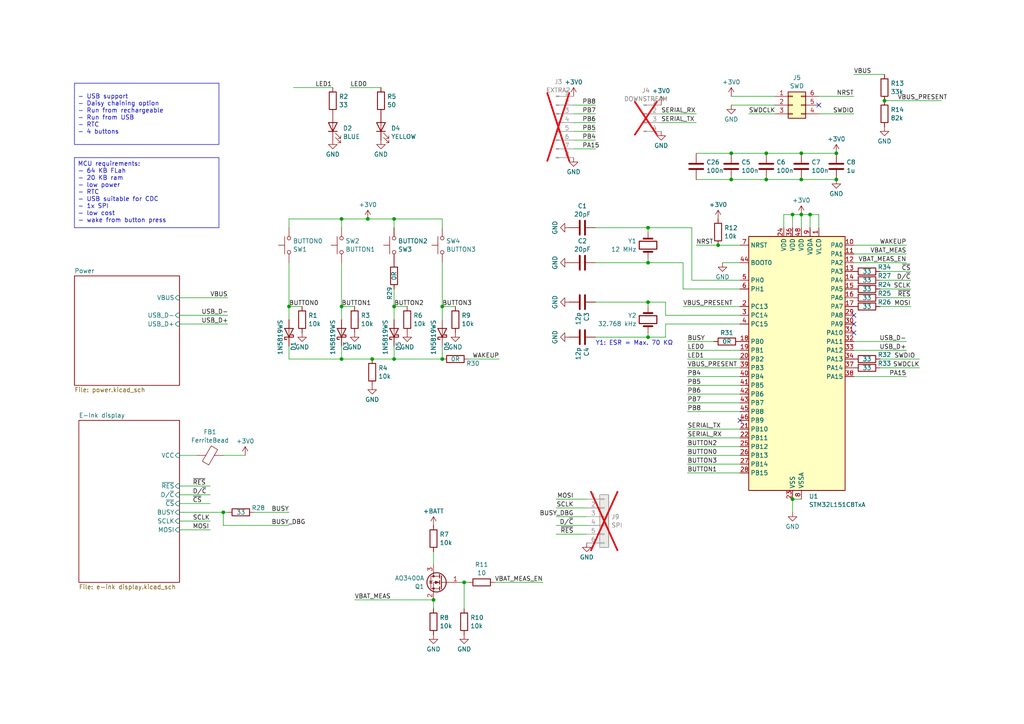
<source format=kicad_sch>
(kicad_sch (version 20230121) (generator eeschema)
  (paper "A4")
  (lib_symbols
    (symbol "Connector:Conn_01x04_Pin" (pin_names (offset 1.016) hide)
      (property "Reference" "J" (at 0 5.08 0))
      (property "Value" "Conn_01x04_Pin" (at 0 -7.62 0))
      (symbol "Conn_01x04_Pin_1_1"
        (polyline (pts (xy 1.27 -5.08) (xy 0.8636 -5.08)) (stroke (width 0.1524)))
        (polyline (pts (xy 1.27 -2.54) (xy 0.8636 -2.54)) (stroke (width 0.1524)))
        (polyline (pts (xy 1.27 0) (xy 0.8636 0)) (stroke (width 0.1524)))
        (polyline (pts (xy 1.27 2.54) (xy 0.8636 2.54)) (stroke (width 0.1524)))
        (rectangle (start 0.8636 -4.953) (end 0 -5.207) (stroke (width 0.1524)) (fill (type outline)))
        (rectangle (start 0.8636 -2.413) (end 0 -2.667) (stroke (width 0.1524)) (fill (type outline)))
        (rectangle (start 0.8636 0.127) (end 0 -0.127) (stroke (width 0.1524)) (fill (type outline)))
        (rectangle (start 0.8636 2.667) (end 0 2.413) (stroke (width 0.1524)) (fill (type outline)))
        (pin passive line (at 5.08 2.54 180) (length 3.81) (name "Pin_1") (number "1"))
        (pin passive line (at 5.08 0 180) (length 3.81) (name "Pin_2") (number "2"))
        (pin passive line (at 5.08 -2.54 180) (length 3.81) (name "Pin_3") (number "3"))
        (pin passive line (at 5.08 -5.08 180) (length 3.81) (name "Pin_4") (number "4"))
      )
    )
    (symbol "Connector:Conn_01x08_Pin" (pin_names (offset 1.016) hide)
      (property "Reference" "J" (at 0 10.16 0))
      (property "Value" "Conn_01x08_Pin" (at 0 -12.7 0))
      (symbol "Conn_01x08_Pin_1_1"
        (polyline (pts (xy 1.27 -10.16) (xy 0.8636 -10.16)) (stroke (width 0.1524)))
        (polyline (pts (xy 1.27 -7.62) (xy 0.8636 -7.62)) (stroke (width 0.1524)))
        (polyline (pts (xy 1.27 -5.08) (xy 0.8636 -5.08)) (stroke (width 0.1524)))
        (polyline (pts (xy 1.27 -2.54) (xy 0.8636 -2.54)) (stroke (width 0.1524)))
        (polyline (pts (xy 1.27 0) (xy 0.8636 0)) (stroke (width 0.1524)))
        (polyline (pts (xy 1.27 2.54) (xy 0.8636 2.54)) (stroke (width 0.1524)))
        (polyline (pts (xy 1.27 5.08) (xy 0.8636 5.08)) (stroke (width 0.1524)))
        (polyline (pts (xy 1.27 7.62) (xy 0.8636 7.62)) (stroke (width 0.1524)))
        (rectangle (start 0.8636 -10.033) (end 0 -10.287) (stroke (width 0.1524)) (fill (type outline)))
        (rectangle (start 0.8636 -7.493) (end 0 -7.747) (stroke (width 0.1524)) (fill (type outline)))
        (rectangle (start 0.8636 -4.953) (end 0 -5.207) (stroke (width 0.1524)) (fill (type outline)))
        (rectangle (start 0.8636 -2.413) (end 0 -2.667) (stroke (width 0.1524)) (fill (type outline)))
        (rectangle (start 0.8636 0.127) (end 0 -0.127) (stroke (width 0.1524)) (fill (type outline)))
        (rectangle (start 0.8636 2.667) (end 0 2.413) (stroke (width 0.1524)) (fill (type outline)))
        (rectangle (start 0.8636 5.207) (end 0 4.953) (stroke (width 0.1524)) (fill (type outline)))
        (rectangle (start 0.8636 7.747) (end 0 7.493) (stroke (width 0.1524)) (fill (type outline)))
        (pin passive line (at 5.08 7.62 180) (length 3.81) (name "Pin_1") (number "1"))
        (pin passive line (at 5.08 5.08 180) (length 3.81) (name "Pin_2") (number "2"))
        (pin passive line (at 5.08 2.54 180) (length 3.81) (name "Pin_3") (number "3"))
        (pin passive line (at 5.08 0 180) (length 3.81) (name "Pin_4") (number "4"))
        (pin passive line (at 5.08 -2.54 180) (length 3.81) (name "Pin_5") (number "5"))
        (pin passive line (at 5.08 -5.08 180) (length 3.81) (name "Pin_6") (number "6"))
        (pin passive line (at 5.08 -7.62 180) (length 3.81) (name "Pin_7") (number "7"))
        (pin passive line (at 5.08 -10.16 180) (length 3.81) (name "Pin_8") (number "8"))
      )
    )
    (symbol "Connector_Generic:Conn_01x06" (pin_names (offset 1.016) hide)
      (property "Reference" "J" (at 0 7.62 0))
      (property "Value" "Conn_01x06" (at 0 -10.16 0))
      (symbol "Conn_01x06_1_1"
        (rectangle (start -1.27 -7.493) (end 0 -7.747) (stroke (width 0.1524)))
        (rectangle (start -1.27 -4.953) (end 0 -5.207) (stroke (width 0.1524)))
        (rectangle (start -1.27 -2.413) (end 0 -2.667) (stroke (width 0.1524)))
        (rectangle (start -1.27 0.127) (end 0 -0.127) (stroke (width 0.1524)))
        (rectangle (start -1.27 2.667) (end 0 2.413) (stroke (width 0.1524)))
        (rectangle (start -1.27 5.207) (end 0 4.953) (stroke (width 0.1524)))
        (rectangle (start -1.27 6.35) (end 1.27 -8.89) (stroke (width 0.254)) (fill (type background)))
        (pin passive line (at -5.08 5.08 0) (length 3.81) (name "Pin_1") (number "1"))
        (pin passive line (at -5.08 2.54 0) (length 3.81) (name "Pin_2") (number "2"))
        (pin passive line (at -5.08 0 0) (length 3.81) (name "Pin_3") (number "3"))
        (pin passive line (at -5.08 -2.54 0) (length 3.81) (name "Pin_4") (number "4"))
        (pin passive line (at -5.08 -5.08 0) (length 3.81) (name "Pin_5") (number "5"))
        (pin passive line (at -5.08 -7.62 0) (length 3.81) (name "Pin_6") (number "6"))
      )
    )
    (symbol "Connector_Generic:Conn_02x03_Counter_Clockwise" (pin_names (offset 1.016) hide)
      (property "Reference" "J" (at 1.27 5.08 0))
      (property "Value" "Conn_02x03_Counter_Clockwise" (at 1.27 -5.08 0))
      (symbol "Conn_02x03_Counter_Clockwise_1_1"
        (rectangle (start -1.27 -2.413) (end 0 -2.667) (stroke (width 0.1524)))
        (rectangle (start -1.27 0.127) (end 0 -0.127) (stroke (width 0.1524)))
        (rectangle (start -1.27 2.667) (end 0 2.413) (stroke (width 0.1524)))
        (rectangle (start -1.27 3.81) (end 3.81 -3.81) (stroke (width 0.254)) (fill (type background)))
        (rectangle (start 3.81 -2.413) (end 2.54 -2.667) (stroke (width 0.1524)))
        (rectangle (start 3.81 0.127) (end 2.54 -0.127) (stroke (width 0.1524)))
        (rectangle (start 3.81 2.667) (end 2.54 2.413) (stroke (width 0.1524)))
        (pin passive line (at -5.08 2.54 0) (length 3.81) (name "Pin_1") (number "1"))
        (pin passive line (at -5.08 0 0) (length 3.81) (name "Pin_2") (number "2"))
        (pin passive line (at -5.08 -2.54 0) (length 3.81) (name "Pin_3") (number "3"))
        (pin passive line (at 7.62 -2.54 180) (length 3.81) (name "Pin_4") (number "4"))
        (pin passive line (at 7.62 0 180) (length 3.81) (name "Pin_5") (number "5"))
        (pin passive line (at 7.62 2.54 180) (length 3.81) (name "Pin_6") (number "6"))
      )
    )
    (symbol "Device:C" (pin_numbers hide) (pin_names (offset 0.254))
      (property "Reference" "C" (at 0.635 2.54 0))
      (property "Value" "C" (at 0.635 -2.54 0))
      (symbol "C_0_1"
        (polyline (pts (xy -2.032 -0.762) (xy 2.032 -0.762)) (stroke (width 0.508)))
        (polyline (pts (xy -2.032 0.762) (xy 2.032 0.762)) (stroke (width 0.508)))
      )
      (symbol "C_1_1"
        (pin passive line (at 0 3.81 270) (length 2.794) (name "~") (number "1"))
        (pin passive line (at 0 -3.81 90) (length 2.794) (name "~") (number "2"))
      )
    )
    (symbol "Device:Crystal" (pin_numbers hide) (pin_names (offset 1.016) hide)
      (property "Reference" "Y" (at 0 3.81 0))
      (property "Value" "Crystal" (at 0 -3.81 0))
      (symbol "Crystal_0_1"
        (rectangle (start -1.143 2.54) (end 1.143 -2.54) (stroke (width 0.3048)))
        (polyline (pts (xy -2.54 0) (xy -1.905 0)))
        (polyline (pts (xy -1.905 -1.27) (xy -1.905 1.27)) (stroke (width 0.508)))
        (polyline (pts (xy 1.905 -1.27) (xy 1.905 1.27)) (stroke (width 0.508)))
        (polyline (pts (xy 2.54 0) (xy 1.905 0)))
      )
      (symbol "Crystal_1_1"
        (pin passive line (at -3.81 0 0) (length 1.27) (name "1") (number "1"))
        (pin passive line (at 3.81 0 180) (length 1.27) (name "2") (number "2"))
      )
    )
    (symbol "Device:FerriteBead" (pin_numbers hide) (pin_names (offset 0))
      (property "Reference" "FB" (at -3.81 0.635 90))
      (property "Value" "FerriteBead" (at 3.81 0 90))
      (symbol "FerriteBead_0_1"
        (polyline (pts (xy 0 -1.27) (xy 0 -1.2192)))
        (polyline (pts (xy 0 1.27) (xy 0 1.2954)))
        (polyline (pts (xy -2.7686 0.4064) (xy -1.7018 2.2606) (xy 2.7686 -0.3048) (xy 1.6764 -2.159) (xy -2.7686 0.4064)))
      )
      (symbol "FerriteBead_1_1"
        (pin passive line (at 0 3.81 270) (length 2.54) (name "~") (number "1"))
        (pin passive line (at 0 -3.81 90) (length 2.54) (name "~") (number "2"))
      )
    )
    (symbol "Device:LED" (pin_numbers hide) (pin_names (offset 1.016) hide)
      (property "Reference" "D" (at 0 2.54 0))
      (property "Value" "LED" (at 0 -2.54 0))
      (symbol "LED_0_1"
        (polyline (pts (xy -1.27 -1.27) (xy -1.27 1.27)) (stroke (width 0.254)))
        (polyline (pts (xy -1.27 0) (xy 1.27 0)))
        (polyline (pts (xy 1.27 -1.27) (xy 1.27 1.27) (xy -1.27 0) (xy 1.27 -1.27)) (stroke (width 0.254)))
        (polyline (pts (xy -3.048 -0.762) (xy -4.572 -2.286) (xy -3.81 -2.286) (xy -4.572 -2.286) (xy -4.572 -1.524)))
        (polyline (pts (xy -1.778 -0.762) (xy -3.302 -2.286) (xy -2.54 -2.286) (xy -3.302 -2.286) (xy -3.302 -1.524)))
      )
      (symbol "LED_1_1"
        (pin passive line (at -3.81 0 0) (length 2.54) (name "K") (number "1"))
        (pin passive line (at 3.81 0 180) (length 2.54) (name "A") (number "2"))
      )
    )
    (symbol "Device:R" (pin_numbers hide) (pin_names (offset 0))
      (property "Reference" "R" (at 2.032 0 90))
      (property "Value" "R" (at 0 0 90))
      (symbol "R_0_1"
        (rectangle (start -1.016 -2.54) (end 1.016 2.54) (stroke (width 0.254)))
      )
      (symbol "R_1_1"
        (pin passive line (at 0 3.81 270) (length 1.27) (name "~") (number "1"))
        (pin passive line (at 0 -3.81 90) (length 1.27) (name "~") (number "2"))
      )
    )
    (symbol "Diode:1N5819WS" (pin_numbers hide) (pin_names (offset 1.016) hide)
      (property "Reference" "D" (at 0 2.54 0))
      (property "Value" "1N5819WS" (at 0 -2.54 0))
      (symbol "1N5819WS_0_1"
        (polyline (pts (xy 1.27 0) (xy -1.27 0)))
        (polyline (pts (xy 1.27 1.27) (xy 1.27 -1.27) (xy -1.27 0) (xy 1.27 1.27)) (stroke (width 0.254)))
        (polyline (pts (xy -1.905 0.635) (xy -1.905 1.27) (xy -1.27 1.27) (xy -1.27 -1.27) (xy -0.635 -1.27) (xy -0.635 -0.635)) (stroke (width 0.254)))
      )
      (symbol "1N5819WS_1_1"
        (pin passive line (at -3.81 0 0) (length 2.54) (name "K") (number "1"))
        (pin passive line (at 3.81 0 180) (length 2.54) (name "A") (number "2"))
      )
    )
    (symbol "MCU_ST_STM32L1:STM32L151C8TxA"
      (property "Reference" "U" (at -12.7 39.37 0))
      (property "Value" "STM32L151C8TxA" (at 10.16 39.37 0))
      (symbol "STM32L151C8TxA_0_1"
        (rectangle (start -12.7 -35.56) (end 15.24 38.1) (stroke (width 0.254)) (fill (type background)))
      )
      (symbol "STM32L151C8TxA_1_1"
        (pin power_in line (at 7.62 40.64 270) (length 2.54) (name "VLCD") (number "1"))
        (pin bidirectional line (at 17.78 35.56 180) (length 2.54) (name "PA0") (number "10"))
        (pin bidirectional line (at 17.78 33.02 180) (length 2.54) (name "PA1") (number "11"))
        (pin bidirectional line (at 17.78 30.48 180) (length 2.54) (name "PA2") (number "12"))
        (pin bidirectional line (at 17.78 27.94 180) (length 2.54) (name "PA3") (number "13"))
        (pin bidirectional line (at 17.78 25.4 180) (length 2.54) (name "PA4") (number "14"))
        (pin bidirectional line (at 17.78 22.86 180) (length 2.54) (name "PA5") (number "15"))
        (pin bidirectional line (at 17.78 20.32 180) (length 2.54) (name "PA6") (number "16"))
        (pin bidirectional line (at 17.78 17.78 180) (length 2.54) (name "PA7") (number "17"))
        (pin bidirectional line (at -15.24 7.62 0) (length 2.54) (name "PB0") (number "18"))
        (pin bidirectional line (at -15.24 5.08 0) (length 2.54) (name "PB1") (number "19"))
        (pin bidirectional line (at -15.24 17.78 0) (length 2.54) (name "PC13") (number "2"))
        (pin bidirectional line (at -15.24 2.54 0) (length 2.54) (name "PB2") (number "20"))
        (pin bidirectional line (at -15.24 -17.78 0) (length 2.54) (name "PB10") (number "21"))
        (pin bidirectional line (at -15.24 -20.32 0) (length 2.54) (name "PB11") (number "22"))
        (pin power_in line (at 0 -38.1 90) (length 2.54) (name "VSS") (number "23"))
        (pin power_in line (at -2.54 40.64 270) (length 2.54) (name "VDD") (number "24"))
        (pin bidirectional line (at -15.24 -22.86 0) (length 2.54) (name "PB12") (number "25"))
        (pin bidirectional line (at -15.24 -25.4 0) (length 2.54) (name "PB13") (number "26"))
        (pin bidirectional line (at -15.24 -27.94 0) (length 2.54) (name "PB14") (number "27"))
        (pin bidirectional line (at -15.24 -30.48 0) (length 2.54) (name "PB15") (number "28"))
        (pin bidirectional line (at 17.78 15.24 180) (length 2.54) (name "PA8") (number "29"))
        (pin bidirectional line (at -15.24 15.24 0) (length 2.54) (name "PC14") (number "3"))
        (pin bidirectional line (at 17.78 12.7 180) (length 2.54) (name "PA9") (number "30"))
        (pin bidirectional line (at 17.78 10.16 180) (length 2.54) (name "PA10") (number "31"))
        (pin bidirectional line (at 17.78 7.62 180) (length 2.54) (name "PA11") (number "32"))
        (pin bidirectional line (at 17.78 5.08 180) (length 2.54) (name "PA12") (number "33"))
        (pin bidirectional line (at 17.78 2.54 180) (length 2.54) (name "PA13") (number "34"))
        (pin passive line (at 0 -38.1 90) (length 2.54) hide (name "VSS") (number "35"))
        (pin power_in line (at 0 40.64 270) (length 2.54) (name "VDD") (number "36"))
        (pin bidirectional line (at 17.78 0 180) (length 2.54) (name "PA14") (number "37"))
        (pin bidirectional line (at 17.78 -2.54 180) (length 2.54) (name "PA15") (number "38"))
        (pin bidirectional line (at -15.24 0 0) (length 2.54) (name "PB3") (number "39"))
        (pin bidirectional line (at -15.24 12.7 0) (length 2.54) (name "PC15") (number "4"))
        (pin bidirectional line (at -15.24 -2.54 0) (length 2.54) (name "PB4") (number "40"))
        (pin bidirectional line (at -15.24 -5.08 0) (length 2.54) (name "PB5") (number "41"))
        (pin bidirectional line (at -15.24 -7.62 0) (length 2.54) (name "PB6") (number "42"))
        (pin bidirectional line (at -15.24 -10.16 0) (length 2.54) (name "PB7") (number "43"))
        (pin input line (at -15.24 30.48 0) (length 2.54) (name "BOOT0") (number "44"))
        (pin bidirectional line (at -15.24 -12.7 0) (length 2.54) (name "PB8") (number "45"))
        (pin bidirectional line (at -15.24 -15.24 0) (length 2.54) (name "PB9") (number "46"))
        (pin passive line (at 0 -38.1 90) (length 2.54) hide (name "VSS") (number "47"))
        (pin power_in line (at 2.54 40.64 270) (length 2.54) (name "VDD") (number "48"))
        (pin bidirectional line (at -15.24 25.4 0) (length 2.54) (name "PH0") (number "5"))
        (pin bidirectional line (at -15.24 22.86 0) (length 2.54) (name "PH1") (number "6"))
        (pin input line (at -15.24 35.56 0) (length 2.54) (name "NRST") (number "7"))
        (pin power_in line (at 2.54 -38.1 90) (length 2.54) (name "VSSA") (number "8"))
        (pin power_in line (at 5.08 40.64 270) (length 2.54) (name "VDDA") (number "9"))
      )
    )
    (symbol "Switch:SW_Push" (pin_numbers hide) (pin_names (offset 1.016) hide)
      (property "Reference" "SW" (at 1.27 2.54 0))
      (property "Value" "SW_Push" (at 0 -1.524 0))
      (symbol "SW_Push_0_1"
        (circle (center -2.032 0) (radius 0.508))
        (polyline (pts (xy 0 1.27) (xy 0 3.048)))
        (polyline (pts (xy 2.54 1.27) (xy -2.54 1.27)))
        (circle (center 2.032 0) (radius 0.508))
        (pin passive line (at -5.08 0 0) (length 2.54) (name "1") (number "1"))
        (pin passive line (at 5.08 0 180) (length 2.54) (name "2") (number "2"))
      )
    )
    (symbol "Transistor_FET:AO3400A" (pin_names hide)
      (property "Reference" "Q" (at 5.08 1.905 0))
      (property "Value" "AO3400A" (at 5.08 0 0))
      (symbol "AO3400A_0_1"
        (polyline (pts (xy 0.254 0) (xy -2.54 0)))
        (polyline (pts (xy 0.254 1.905) (xy 0.254 -1.905)) (stroke (width 0.254)))
        (polyline (pts (xy 0.762 -1.27) (xy 0.762 -2.286)) (stroke (width 0.254)))
        (polyline (pts (xy 0.762 0.508) (xy 0.762 -0.508)) (stroke (width 0.254)))
        (polyline (pts (xy 0.762 2.286) (xy 0.762 1.27)) (stroke (width 0.254)))
        (polyline (pts (xy 2.54 2.54) (xy 2.54 1.778)))
        (polyline (pts (xy 2.54 -2.54) (xy 2.54 0) (xy 0.762 0)))
        (polyline (pts (xy 0.762 -1.778) (xy 3.302 -1.778) (xy 3.302 1.778) (xy 0.762 1.778)))
        (polyline (pts (xy 1.016 0) (xy 2.032 0.381) (xy 2.032 -0.381) (xy 1.016 0)) (fill (type outline)))
        (polyline (pts (xy 2.794 0.508) (xy 2.921 0.381) (xy 3.683 0.381) (xy 3.81 0.254)))
        (polyline (pts (xy 3.302 0.381) (xy 2.921 -0.254) (xy 3.683 -0.254) (xy 3.302 0.381)))
        (circle (center 1.651 0) (radius 2.794) (stroke (width 0.254)))
        (circle (center 2.54 -1.778) (radius 0.254) (fill (type outline)))
        (circle (center 2.54 1.778) (radius 0.254) (fill (type outline)))
      )
      (symbol "AO3400A_1_1"
        (pin input line (at -5.08 0 0) (length 2.54) (name "G") (number "1"))
        (pin passive line (at 2.54 -5.08 90) (length 2.54) (name "S") (number "2"))
        (pin passive line (at 2.54 5.08 270) (length 2.54) (name "D") (number "3"))
      )
    )
    (symbol "local:Crystal_4pin" (pin_numbers hide) (pin_names (offset 1.016) hide)
      (property "Reference" "Y" (at 0 3.81 0))
      (property "Value" "Crystal" (at 0 -3.81 0))
      (symbol "Crystal_4pin_0_1"
        (rectangle (start -1.143 2.54) (end 1.143 -2.54) (stroke (width 0.3048)))
        (polyline (pts (xy -2.54 0) (xy -1.905 0)))
        (polyline (pts (xy -1.905 -1.27) (xy -1.905 1.27)) (stroke (width 0.508)))
        (polyline (pts (xy 1.905 -1.27) (xy 1.905 1.27)) (stroke (width 0.508)))
        (polyline (pts (xy 2.54 0) (xy 1.905 0)))
      )
      (symbol "Crystal_4pin_1_0"
        (pin no_connect line (at 7.62 6.35 180) (length 5.08) hide (name "") (number "2"))
        (pin no_connect line (at 7.62 3.81 180) (length 5.08) hide (name "") (number "4"))
      )
      (symbol "Crystal_4pin_1_1"
        (pin passive line (at -3.81 0 0) (length 1.27) (name "1") (number "1"))
        (pin passive line (at 3.81 0 180) (length 1.27) (name "3") (number "3"))
      )
    )
    (symbol "power:+3V0" (power) (pin_names (offset 0))
      (property "Value" "+3V0" (at 0 3.556 0))
      (symbol "+3V0_0_1"
        (polyline (pts (xy -0.762 1.27) (xy 0 2.54)))
        (polyline (pts (xy 0 0) (xy 0 2.54)))
        (polyline (pts (xy 0 2.54) (xy 0.762 1.27)))
      )
      (symbol "+3V0_1_1"
        (pin power_in line (at 0 0 90) (length 0) hide (name "+3V0") (number "1"))
      )
    )
    (symbol "power:+BATT" (power) (pin_names (offset 0))
      (property "Value" "+BATT" (at 0 3.556 0))
      (symbol "+BATT_0_1"
        (polyline (pts (xy -0.762 1.27) (xy 0 2.54)))
        (polyline (pts (xy 0 0) (xy 0 2.54)))
        (polyline (pts (xy 0 2.54) (xy 0.762 1.27)))
      )
      (symbol "+BATT_1_1"
        (pin power_in line (at 0 0 90) (length 0) hide (name "+BATT") (number "1"))
      )
    )
    (symbol "power:GND" (power) (pin_names (offset 0))
      (property "Value" "GND" (at 0 -3.81 0))
      (symbol "GND_0_1"
        (polyline (pts (xy 0 0) (xy 0 -1.27) (xy 1.27 -1.27) (xy 0 -2.54) (xy -1.27 -1.27) (xy 0 -1.27)))
      )
      (symbol "GND_1_1"
        (pin power_in line (at 0 0 270) (length 0) hide (name "GND") (number "1"))
      )
    )
  )
  (junction (at 114.3 88.9))
  (junction (at 83.82 88.9))
  (junction (at 99.06 63.5))
  (junction (at 232.41 52.07))
  (junction (at 106.68 63.5))
  (junction (at 212.09 52.07))
  (junction (at 242.57 52.07))
  (junction (at 229.87 62.23))
  (junction (at 234.95 62.23))
  (junction (at 222.25 52.07))
  (junction (at 125.73 173.99))
  (junction (at 114.3 63.5))
  (junction (at 187.96 66.04))
  (junction (at 208.28 71.12))
  (junction (at 256.54 29.21))
  (junction (at 229.87 144.78))
  (junction (at 128.27 104.14))
  (junction (at 128.27 88.9))
  (junction (at 99.06 88.9))
  (junction (at 187.96 87.63))
  (junction (at 187.96 97.79))
  (junction (at 134.62 168.91))
  (junction (at 232.41 44.45))
  (junction (at 114.3 104.14))
  (junction (at 187.96 76.2))
  (junction (at 99.06 104.14))
  (junction (at 232.41 62.23))
  (junction (at 64.77 148.59))
  (junction (at 212.09 44.45))
  (junction (at 107.95 104.14))
  (junction (at 222.25 44.45))
  (junction (at 242.57 44.45))
  (no_connect (at 247.65 93.98))
  (no_connect (at 247.65 91.44))
  (no_connect (at 214.63 121.92))
  (no_connect (at 237.49 30.48))
  (no_connect (at 247.65 96.52))
  (wire (pts (xy 256.54 29.21) (xy 273.05 29.21)))
  (wire (pts (xy 247.65 101.6) (xy 262.89 101.6)))
  (wire (pts (xy 125.73 160.02) (xy 125.73 163.83)))
  (wire (pts (xy 170.18 154.94) (xy 161.29 154.94)))
  (wire (pts (xy 212.09 44.45) (xy 222.25 44.45)))
  (wire (pts (xy 64.77 152.4) (xy 83.82 152.4)))
  (wire (pts (xy 199.39 111.76) (xy 214.63 111.76)))
  (wire (pts (xy 114.3 63.5) (xy 128.27 63.5)))
  (wire (pts (xy 227.33 62.23) (xy 229.87 62.23)))
  (wire (pts (xy 198.12 76.2) (xy 198.12 83.82)))
  (wire (pts (xy 107.95 104.14) (xy 114.3 104.14)))
  (wire (pts (xy 187.96 87.63) (xy 187.96 88.9)))
  (wire (pts (xy 199.39 101.6) (xy 214.63 101.6)))
  (wire (pts (xy 247.65 21.59) (xy 256.54 21.59)))
  (wire (pts (xy 170.18 152.4) (xy 161.29 152.4)))
  (wire (pts (xy 255.27 78.74) (xy 264.16 78.74)))
  (wire (pts (xy 237.49 66.04) (xy 237.49 62.23)))
  (wire (pts (xy 166.37 33.02) (xy 172.72 33.02)))
  (wire (pts (xy 172.72 76.2) (xy 187.96 76.2)))
  (wire (pts (xy 83.82 63.5) (xy 99.06 63.5)))
  (wire (pts (xy 64.77 132.08) (xy 71.12 132.08)))
  (wire (pts (xy 229.87 62.23) (xy 229.87 66.04)))
  (wire (pts (xy 166.37 43.18) (xy 172.72 43.18)))
  (wire (pts (xy 214.63 91.44) (xy 193.04 91.44)))
  (wire (pts (xy 83.82 100.33) (xy 83.82 104.14)))
  (wire (pts (xy 247.65 27.94) (xy 237.49 27.94)))
  (wire (pts (xy 52.07 132.08) (xy 57.15 132.08)))
  (wire (pts (xy 217.17 33.02) (xy 224.79 33.02)))
  (wire (pts (xy 199.39 137.16) (xy 214.63 137.16)))
  (wire (pts (xy 212.09 27.94) (xy 224.79 27.94)))
  (wire (pts (xy 234.95 62.23) (xy 232.41 62.23)))
  (wire (pts (xy 207.01 99.06) (xy 199.39 99.06)))
  (wire (pts (xy 83.82 104.14) (xy 99.06 104.14)))
  (wire (pts (xy 52.07 143.51) (xy 60.96 143.51)))
  (wire (pts (xy 199.39 134.62) (xy 214.63 134.62)))
  (wire (pts (xy 99.06 104.14) (xy 107.95 104.14)))
  (wire (pts (xy 83.82 66.04) (xy 83.82 63.5)))
  (wire (pts (xy 128.27 76.2) (xy 128.27 88.9)))
  (wire (pts (xy 170.18 147.32) (xy 161.29 147.32)))
  (wire (pts (xy 200.66 66.04) (xy 200.66 81.28)))
  (wire (pts (xy 247.65 73.66) (xy 262.89 73.66)))
  (wire (pts (xy 64.77 148.59) (xy 66.04 148.59)))
  (wire (pts (xy 193.04 91.44) (xy 193.04 87.63)))
  (wire (pts (xy 199.39 127) (xy 214.63 127)))
  (wire (pts (xy 191.77 33.02) (xy 201.93 33.02)))
  (wire (pts (xy 199.39 116.84) (xy 214.63 116.84)))
  (wire (pts (xy 128.27 66.04) (xy 128.27 63.5)))
  (wire (pts (xy 83.82 88.9) (xy 87.63 88.9)))
  (wire (pts (xy 247.65 76.2) (xy 262.89 76.2)))
  (wire (pts (xy 172.72 87.63) (xy 187.96 87.63)))
  (wire (pts (xy 99.06 88.9) (xy 102.87 88.9)))
  (wire (pts (xy 187.96 66.04) (xy 200.66 66.04)))
  (wire (pts (xy 166.37 40.64) (xy 172.72 40.64)))
  (wire (pts (xy 114.3 83.82) (xy 114.3 88.9)))
  (wire (pts (xy 212.09 52.07) (xy 222.25 52.07)))
  (wire (pts (xy 114.3 88.9) (xy 114.3 92.71)))
  (wire (pts (xy 193.04 87.63) (xy 187.96 87.63)))
  (wire (pts (xy 52.07 148.59) (xy 64.77 148.59)))
  (wire (pts (xy 166.37 38.1) (xy 172.72 38.1)))
  (wire (pts (xy 170.18 149.86) (xy 161.29 149.86)))
  (wire (pts (xy 229.87 144.78) (xy 229.87 148.59)))
  (wire (pts (xy 237.49 62.23) (xy 234.95 62.23)))
  (wire (pts (xy 83.82 88.9) (xy 83.82 92.71)))
  (wire (pts (xy 99.06 100.33) (xy 99.06 104.14)))
  (wire (pts (xy 193.04 97.79) (xy 187.96 97.79)))
  (wire (pts (xy 187.96 76.2) (xy 198.12 76.2)))
  (wire (pts (xy 222.25 44.45) (xy 232.41 44.45)))
  (wire (pts (xy 255.27 86.36) (xy 264.16 86.36)))
  (wire (pts (xy 52.07 140.97) (xy 60.96 140.97)))
  (wire (pts (xy 199.39 132.08) (xy 214.63 132.08)))
  (wire (pts (xy 229.87 144.78) (xy 232.41 144.78)))
  (wire (pts (xy 52.07 91.44) (xy 66.04 91.44)))
  (wire (pts (xy 52.07 93.98) (xy 66.04 93.98)))
  (wire (pts (xy 229.87 62.23) (xy 232.41 62.23)))
  (wire (pts (xy 255.27 104.14) (xy 266.7 104.14)))
  (wire (pts (xy 212.09 30.48) (xy 224.79 30.48)))
  (wire (pts (xy 99.06 66.04) (xy 99.06 63.5)))
  (wire (pts (xy 191.77 35.56) (xy 201.93 35.56)))
  (wire (pts (xy 199.39 109.22) (xy 214.63 109.22)))
  (wire (pts (xy 128.27 88.9) (xy 132.08 88.9)))
  (wire (pts (xy 247.65 33.02) (xy 237.49 33.02)))
  (wire (pts (xy 52.07 153.67) (xy 60.96 153.67)))
  (wire (pts (xy 247.65 109.22) (xy 262.89 109.22)))
  (wire (pts (xy 102.87 173.99) (xy 125.73 173.99)))
  (wire (pts (xy 85.09 25.4) (xy 96.52 25.4)))
  (wire (pts (xy 172.72 66.04) (xy 187.96 66.04)))
  (wire (pts (xy 187.96 97.79) (xy 187.96 96.52)))
  (wire (pts (xy 128.27 100.33) (xy 128.27 104.14)))
  (wire (pts (xy 99.06 63.5) (xy 106.68 63.5)))
  (wire (pts (xy 247.65 99.06) (xy 262.89 99.06)))
  (wire (pts (xy 101.6 25.4) (xy 110.49 25.4)))
  (wire (pts (xy 255.27 106.68) (xy 266.7 106.68)))
  (wire (pts (xy 222.25 52.07) (xy 232.41 52.07)))
  (wire (pts (xy 227.33 66.04) (xy 227.33 62.23)))
  (wire (pts (xy 199.39 114.3) (xy 214.63 114.3)))
  (wire (pts (xy 134.62 168.91) (xy 133.35 168.91)))
  (wire (pts (xy 128.27 88.9) (xy 128.27 92.71)))
  (wire (pts (xy 255.27 88.9) (xy 264.16 88.9)))
  (wire (pts (xy 187.96 74.93) (xy 187.96 76.2)))
  (wire (pts (xy 135.89 168.91) (xy 134.62 168.91)))
  (wire (pts (xy 232.41 52.07) (xy 242.57 52.07)))
  (wire (pts (xy 135.89 104.14) (xy 144.78 104.14)))
  (wire (pts (xy 201.93 52.07) (xy 212.09 52.07)))
  (wire (pts (xy 247.65 71.12) (xy 262.89 71.12)))
  (wire (pts (xy 255.27 83.82) (xy 264.16 83.82)))
  (wire (pts (xy 198.12 88.9) (xy 214.63 88.9)))
  (wire (pts (xy 166.37 35.56) (xy 172.72 35.56)))
  (wire (pts (xy 114.3 100.33) (xy 114.3 104.14)))
  (wire (pts (xy 198.12 83.82) (xy 214.63 83.82)))
  (wire (pts (xy 106.68 63.5) (xy 114.3 63.5)))
  (wire (pts (xy 200.66 81.28) (xy 214.63 81.28)))
  (wire (pts (xy 208.28 71.12) (xy 214.63 71.12)))
  (wire (pts (xy 166.37 30.48) (xy 172.72 30.48)))
  (wire (pts (xy 52.07 86.36) (xy 66.04 86.36)))
  (wire (pts (xy 64.77 152.4) (xy 64.77 148.59)))
  (wire (pts (xy 73.66 148.59) (xy 83.82 148.59)))
  (wire (pts (xy 199.39 124.46) (xy 214.63 124.46)))
  (wire (pts (xy 99.06 76.2) (xy 99.06 88.9)))
  (wire (pts (xy 214.63 93.98) (xy 193.04 93.98)))
  (wire (pts (xy 199.39 106.68) (xy 214.63 106.68)))
  (wire (pts (xy 201.93 44.45) (xy 212.09 44.45)))
  (wire (pts (xy 172.72 97.79) (xy 187.96 97.79)))
  (wire (pts (xy 52.07 151.13) (xy 60.96 151.13)))
  (wire (pts (xy 170.18 144.78) (xy 161.29 144.78)))
  (wire (pts (xy 234.95 66.04) (xy 234.95 62.23)))
  (wire (pts (xy 143.51 168.91) (xy 157.48 168.91)))
  (wire (pts (xy 199.39 104.14) (xy 214.63 104.14)))
  (wire (pts (xy 114.3 104.14) (xy 128.27 104.14)))
  (wire (pts (xy 125.73 173.99) (xy 125.73 176.53)))
  (wire (pts (xy 52.07 146.05) (xy 60.96 146.05)))
  (wire (pts (xy 201.93 71.12) (xy 208.28 71.12)))
  (wire (pts (xy 232.41 44.45) (xy 242.57 44.45)))
  (wire (pts (xy 134.62 168.91) (xy 134.62 176.53)))
  (wire (pts (xy 232.41 66.04) (xy 232.41 62.23)))
  (wire (pts (xy 199.39 119.38) (xy 214.63 119.38)))
  (wire (pts (xy 209.55 76.2) (xy 214.63 76.2)))
  (wire (pts (xy 99.06 88.9) (xy 99.06 92.71)))
  (wire (pts (xy 199.39 129.54) (xy 214.63 129.54)))
  (wire (pts (xy 193.04 93.98) (xy 193.04 97.79)))
  (wire (pts (xy 114.3 66.04) (xy 114.3 63.5)))
  (wire (pts (xy 187.96 66.04) (xy 187.96 67.31)))
  (wire (pts (xy 83.82 76.2) (xy 83.82 88.9)))
  (wire (pts (xy 255.27 81.28) (xy 264.16 81.28)))
  (wire (pts (xy 114.3 88.9) (xy 118.11 88.9)))
  (text_box "MCU requirements:\n- 64 KB FLah\n- 20 KB ram\n- low power\n- RTC\n- USB suitable for CDC\n- 1x SPI\n- low cost\n- wake from button press" (at 21.59 45.72 0) (size 41.91 20.32) (effects (font (size 1.27 1.27)) (justify left top)))
  (text_box "\n- USB support\n- Daisy chaining option\n- Run from rechargeable\n- Run from USB\n- RTC\n- 4 buttons" (at 21.59 24.13 0) (size 41.91 17.78) (effects (font (size 1.27 1.27)) (justify left top)))
  (text "Y1: ESR = Max. 70 KΩ" (at 172.72 100.33 0) (effects (font (size 1.27 1.27)) (justify left bottom)))
  (label "VBAT_MEAS_EN" (at 143.51 168.91 0))
  (label "BUTTON3" (at 199.39 134.62 0))
  (label "SERIAL_RX" (at 199.39 127 0))
  (label "VBAT_MEAS" (at 102.87 173.99 0))
  (label "SCLK" (at 55.88 151.13 0))
  (label "LED0" (at 199.39 101.6 0))
  (label "PA15" (at 262.89 109.22 180))
  (label "LED0" (at 101.6 25.4 0))
  (label "D{slash}~{C}" (at 264.16 81.28 180))
  (label "BUSY_DBG" (at 166.37 149.86 180))
  (label "MOSI" (at 166.37 144.78 180))
  (label "MOSI" (at 264.16 88.9 180))
  (label "USB_D-" (at 262.89 99.06 180))
  (label "SCLK" (at 264.16 83.82 180))
  (label "BUTTON1" (at 99.06 88.9 0))
  (label "VBUS_PRESENT" (at 260.35 29.21 0))
  (label "VBUS" (at 247.65 21.59 0))
  (label "PB4" (at 199.39 109.22 0))
  (label "PB5" (at 168.91 38.1 0))
  (label "PB7" (at 168.91 33.02 0))
  (label "VBAT_MEAS_EN" (at 262.89 76.2 180))
  (label "VBUS" (at 60.96 86.36 0))
  (label "~{CS}" (at 55.88 146.05 0))
  (label "PB7" (at 199.39 116.84 0))
  (label "VBUS_PRESENT" (at 198.12 88.9 0))
  (label "PB4" (at 168.91 40.64 0))
  (label "SERIAL_TX" (at 199.39 124.46 0))
  (label "LED1" (at 199.39 104.14 0))
  (label "PA15" (at 168.91 43.18 0))
  (label "BUTTON0" (at 83.82 88.9 0))
  (label "USB_D+" (at 262.89 101.6 180))
  (label "BUTTON2" (at 199.39 129.54 0))
  (label "~{RES}" (at 166.37 154.94 180))
  (label "PB6" (at 168.91 35.56 0))
  (label "NRST" (at 201.93 71.12 0))
  (label "LED1" (at 91.44 25.4 0))
  (label "SWDIO" (at 265.43 104.14 180))
  (label "BUTTON2" (at 114.3 88.9 0))
  (label "SWDCLK" (at 217.17 33.02 0))
  (label "D{slash}~{C}" (at 166.37 152.4 180))
  (label "NRST" (at 247.65 27.94 180))
  (label "SERIAL_TX" (at 191.77 35.56 0))
  (label "BUSY" (at 78.74 148.59 0))
  (label "PB8" (at 168.91 30.48 0))
  (label "SCLK" (at 166.37 147.32 180))
  (label "USB_D-" (at 58.42 91.44 0))
  (label "~{RES}" (at 264.16 86.36 180))
  (label "~{RES}" (at 55.88 140.97 0))
  (label "BUTTON3" (at 128.27 88.9 0))
  (label "USB_D+" (at 58.42 93.98 0))
  (label "SWDIO" (at 247.65 33.02 180))
  (label "VBUS_PRESENT" (at 199.39 106.68 0))
  (label "MOSI" (at 55.88 153.67 0))
  (label "PB5" (at 199.39 111.76 0))
  (label "SWDCLK" (at 266.7 106.68 180))
  (label "SERIAL_RX" (at 191.77 33.02 0))
  (label "D{slash}~{C}" (at 55.88 143.51 0))
  (label "BUTTON1" (at 199.39 137.16 0))
  (label "BUSY_DBG" (at 78.74 152.4 0))
  (label "BUTTON0" (at 199.39 132.08 0))
  (label "BUSY" (at 199.39 99.06 0))
  (label "PB6" (at 199.39 114.3 0))
  (label "PB8" (at 199.39 119.38 0))
  (label "WAKEUP" (at 144.78 104.14 180))
  (label "WAKEUP" (at 262.89 71.12 180))
  (label "~{CS}" (at 264.16 78.74 180))
  (label "VBAT_MEAS" (at 262.89 73.66 180))
  (symbol (lib_id "Device:R") (at 102.87 92.71 0) (unit 1)
    (property "Reference" "R3" (at 104.648 91.4979 0) (effects (justify left)))
    (property "Value" "10k" (at 104.648 93.9221 0) (effects (justify left)))
    (property "Footprint" "Resistor_SMD:R_0402_1005Metric" (effects hide))
    (property "LCSC" "C25744" (effects hide))
  )
  (symbol (lib_id "power:+3V0") (at 166.37 27.94 0) (unit 1)
    (property "Reference" "#PWR021" (effects hide))
    (property "Value" "+3V0" (at 166.37 23.8069 0))
  )
  (symbol (lib_id "Device:R") (at 251.46 81.28 90) (unit 1)
    (property "Reference" "R27" (at 256.54 80.01 90))
    (property "Value" "33" (at 251.46 81.28 90))
    (property "Footprint" "Resistor_SMD:R_0402_1005Metric" (effects hide))
    (property "LCSC" "C25105" (effects hide))
  )
  (symbol (lib_id "Device:R") (at 134.62 180.34 180) (unit 1)
    (property "Reference" "R10" (at 136.398 179.1279 0) (effects (justify right)))
    (property "Value" "10k" (at 136.398 181.5521 0) (effects (justify right)))
    (property "Footprint" "Resistor_SMD:R_0402_1005Metric" (effects hide))
    (property "LCSC" "C25744" (effects hide))
  )
  (symbol (lib_id "Device:R") (at 251.46 83.82 90) (unit 1)
    (property "Reference" "R24" (at 256.54 82.55 90))
    (property "Value" "33" (at 251.46 83.82 90))
    (property "Footprint" "Resistor_SMD:R_0402_1005Metric" (effects hide))
    (property "LCSC" "C25105" (effects hide))
  )
  (symbol (lib_id "power:+BATT") (at 125.73 152.4 0) (unit 1)
    (property "Reference" "#PWR011" (effects hide))
    (property "Value" "+BATT" (at 125.73 148.2669 0))
  )
  (symbol (lib_id "Device:C") (at 201.93 48.26 0) (unit 1)
    (property "Reference" "C26" (at 204.851 47.0479 0) (effects (justify left)))
    (property "Value" "100n" (at 204.851 49.4721 0) (effects (justify left)))
    (property "Footprint" "Capacitor_SMD:C_0402_1005Metric" (effects hide))
    (property "LCSC" "C1525" (effects hide))
  )
  (symbol (lib_id "Connector_Generic:Conn_01x06") (at 175.26 149.86 0) (unit 1) (in_bom no) (dnp yes)
    (property "Reference" "J9" (at 177.292 149.9179 0) (effects (justify left)))
    (property "Value" "SPI" (at 177.292 152.3421 0) (effects (justify left)))
    (property "Footprint" "Connector_JST:JST_PH_B6B-PH-K_1x06_P2.00mm_Vertical" (effects hide))
  )
  (symbol (lib_id "Device:R") (at 132.08 104.14 270) (unit 1)
    (property "Reference" "R30" (at 137.16 105.41 90))
    (property "Value" "0R" (at 132.08 104.14 90))
    (property "Footprint" "Resistor_SMD:R_0805_2012Metric" (effects hide))
    (property "LCSC" "C17477" (effects hide))
  )
  (symbol (lib_id "Switch:SW_Push") (at 83.82 71.12 90) (mirror x) (unit 1)
    (property "Reference" "SW1" (at 84.963 72.3321 90) (effects (justify right)))
    (property "Value" "BUTTON0" (at 84.963 69.9079 90) (effects (justify right)))
    (property "Footprint" "local:KEY-TH_K2-1112SW-AXXW-XX" (effects hide))
    (property "LCSC" "C223811" (effects hide))
  )
  (symbol (lib_id "Device:R") (at 256.54 33.02 0) (unit 1)
    (property "Reference" "R14" (at 258.318 31.8079 0) (effects (justify left)))
    (property "Value" "82k" (at 258.318 34.2321 0) (effects (justify left)))
    (property "Footprint" "Resistor_SMD:R_0603_1608Metric" (effects hide))
  )
  (symbol (lib_id "power:+3V0") (at 208.28 63.5 0) (unit 1)
    (property "Reference" "#PWR025" (effects hide))
    (property "Value" "+3V0" (at 208.28 59.3669 0))
  )
  (symbol (lib_id "power:GND") (at 87.63 96.52 0) (unit 1)
    (property "Reference" "#PWR04" (effects hide))
    (property "Value" "GND" (at 87.63 100.6531 0))
  )
  (symbol (lib_id "Device:C") (at 212.09 48.26 0) (unit 1)
    (property "Reference" "C5" (at 215.011 47.0479 0) (effects (justify left)))
    (property "Value" "100n" (at 215.011 49.4721 0) (effects (justify left)))
    (property "Footprint" "Capacitor_SMD:C_0402_1005Metric" (effects hide))
    (property "LCSC" "C1525" (effects hide))
  )
  (symbol (lib_id "power:+3V0") (at 106.68 63.5 0) (unit 1)
    (property "Reference" "#PWR07" (effects hide))
    (property "Value" "+3V0" (at 106.68 59.3669 0))
  )
  (symbol (lib_id "Device:R") (at 118.11 92.71 0) (unit 1)
    (property "Reference" "R6" (at 119.888 91.4979 0) (effects (justify left)))
    (property "Value" "10k" (at 119.888 93.9221 0) (effects (justify left)))
    (property "Footprint" "Resistor_SMD:R_0402_1005Metric" (effects hide))
    (property "LCSC" "C25744" (effects hide))
  )
  (symbol (lib_id "Device:C") (at 222.25 48.26 0) (unit 1)
    (property "Reference" "C6" (at 225.171 47.0479 0) (effects (justify left)))
    (property "Value" "100n" (at 225.171 49.4721 0) (effects (justify left)))
    (property "Footprint" "Capacitor_SMD:C_0402_1005Metric" (effects hide))
    (property "LCSC" "C1525" (effects hide))
  )
  (symbol (lib_id "Device:C") (at 168.91 76.2 270) (unit 1)
    (property "Reference" "C2" (at 168.91 69.8967 90))
    (property "Value" "20pF" (at 168.91 72.3209 90))
    (property "Footprint" "Capacitor_SMD:C_0402_1005Metric" (effects hide))
    (property "LCSC" "C1554" (effects hide))
  )
  (symbol (lib_id "power:GND") (at 102.87 96.52 0) (unit 1)
    (property "Reference" "#PWR06" (effects hide))
    (property "Value" "GND" (at 102.87 100.6531 0))
  )
  (symbol (lib_id "Device:R") (at 251.46 86.36 90) (unit 1)
    (property "Reference" "R25" (at 256.54 85.09 90))
    (property "Value" "33" (at 251.46 86.36 90))
    (property "Footprint" "Resistor_SMD:R_0402_1005Metric" (effects hide))
    (property "LCSC" "C25105" (effects hide))
  )
  (symbol (lib_id "Device:C") (at 168.91 97.79 270) (unit 1)
    (property "Reference" "C4" (at 170.1221 100.711 0) (effects (justify left)))
    (property "Value" "12p" (at 167.6979 100.711 0) (effects (justify left)))
    (property "Footprint" "Capacitor_SMD:C_0402_1005Metric" (effects hide))
    (property "LCSC" "C1547" (effects hide))
  )
  (symbol (lib_id "Device:R") (at 110.49 29.21 0) (unit 1)
    (property "Reference" "R5" (at 112.268 27.9979 0) (effects (justify left)))
    (property "Value" "50" (at 112.268 30.4221 0) (effects (justify left)))
    (property "Footprint" "Resistor_SMD:R_0402_1005Metric" (effects hide))
  )
  (symbol (lib_id "Device:LED") (at 110.49 36.83 90) (unit 1)
    (property "Reference" "D4" (at 113.411 37.2054 90) (effects (justify right)))
    (property "Value" "YELLOW" (at 113.411 39.6296 90) (effects (justify right)))
    (property "Footprint" "LED_SMD:LED_0603_1608Metric" (effects hide))
    (property "LCSC" "C72038" (effects hide))
  )
  (symbol (lib_id "power:GND") (at 191.77 38.1 0) (unit 1)
    (property "Reference" "#PWR024" (effects hide))
    (property "Value" "GND" (at 191.77 42.2331 0))
  )
  (symbol (lib_id "power:GND") (at 165.1 97.79 270) (unit 1)
    (property "Reference" "#PWR020" (effects hide))
    (property "Value" "GND" (at 160.9669 97.79 0))
  )
  (symbol (lib_id "local:Crystal_4pin") (at 187.96 71.12 270) (mirror x) (unit 1)
    (property "Reference" "Y1" (at 184.6326 69.9079 90) (effects (justify right)))
    (property "Value" "12 MHz" (at 184.6326 72.3321 90) (effects (justify right)))
    (property "Footprint" "Crystal:Crystal_SMD_3225-4Pin_3.2x2.5mm" (effects hide))
    (property "LCSC" "C9002" (effects hide))
  )
  (symbol (lib_id "Device:R") (at 251.46 88.9 90) (unit 1)
    (property "Reference" "R26" (at 256.54 87.63 90))
    (property "Value" "33" (at 251.46 88.9 90))
    (property "Footprint" "Resistor_SMD:R_0402_1005Metric" (effects hide))
    (property "LCSC" "C25105" (effects hide))
  )
  (symbol (lib_id "power:GND") (at 125.73 184.15 0) (unit 1)
    (property "Reference" "#PWR012" (effects hide))
    (property "Value" "GND" (at 125.73 188.2831 0))
  )
  (symbol (lib_id "power:GND") (at 118.11 96.52 0) (unit 1)
    (property "Reference" "#PWR010" (effects hide))
    (property "Value" "GND" (at 118.11 100.6531 0))
  )
  (symbol (lib_id "Device:R") (at 107.95 107.95 0) (unit 1)
    (property "Reference" "R4" (at 109.728 106.7379 0) (effects (justify left)))
    (property "Value" "10k" (at 109.728 109.1621 0) (effects (justify left)))
    (property "Footprint" "Resistor_SMD:R_0402_1005Metric" (effects hide))
    (property "LCSC" "C25744" (effects hide))
  )
  (symbol (lib_id "power:GND") (at 256.54 36.83 0) (unit 1)
    (property "Reference" "#PWR031" (effects hide))
    (property "Value" "GND" (at 256.54 40.9631 0))
  )
  (symbol (lib_id "power:+3V0") (at 191.77 30.48 0) (unit 1)
    (property "Reference" "#PWR023" (effects hide))
    (property "Value" "+3V0" (at 191.77 26.3469 0))
  )
  (symbol (lib_id "power:GND") (at 134.62 184.15 0) (unit 1)
    (property "Reference" "#PWR014" (effects hide))
    (property "Value" "GND" (at 134.62 188.2831 0))
  )
  (symbol (lib_id "power:GND") (at 212.09 30.48 0) (unit 1)
    (property "Reference" "#PWR028" (effects hide))
    (property "Value" "GND" (at 212.09 34.6131 0))
  )
  (symbol (lib_id "Device:C") (at 168.91 66.04 270) (unit 1)
    (property "Reference" "C1" (at 168.91 59.7367 90))
    (property "Value" "20pF" (at 168.91 62.1609 90))
    (property "Footprint" "Capacitor_SMD:C_0402_1005Metric" (effects hide))
    (property "LCSC" "C1554" (effects hide))
  )
  (symbol (lib_id "Device:LED") (at 96.52 36.83 90) (unit 1)
    (property "Reference" "D2" (at 99.441 37.2054 90) (effects (justify right)))
    (property "Value" "BLUE" (at 99.441 39.6296 90) (effects (justify right)))
    (property "Footprint" "LED_SMD:LED_0603_1608Metric" (effects hide))
    (property "LCSC" "C72041" (effects hide))
  )
  (symbol (lib_id "power:GND") (at 165.1 87.63 270) (unit 1)
    (property "Reference" "#PWR019" (effects hide))
    (property "Value" "GND" (at 160.9669 87.63 0))
  )
  (symbol (lib_id "Connector_Generic:Conn_02x03_Counter_Clockwise") (at 229.87 30.48 0) (unit 1) (in_bom no)
    (property "Reference" "J5" (at 231.14 22.5257 0))
    (property "Value" "SWD" (at 231.14 24.9499 0))
    (property "Footprint" "local:Spring_loaded_connector_land_pattern_02x03" (effects hide))
  )
  (symbol (lib_id "power:GND") (at 166.37 45.72 0) (unit 1)
    (property "Reference" "#PWR022" (effects hide))
    (property "Value" "GND" (at 166.37 49.8531 0))
  )
  (symbol (lib_id "MCU_ST_STM32L1:STM32L151C8TxA") (at 229.87 106.68 0) (unit 1)
    (property "Reference" "U1" (at 234.6041 143.9601 0) (effects (justify left)))
    (property "Value" "STM32L151C8TxA" (at 234.6041 146.3843 0) (effects (justify left)))
    (property "Footprint" "Package_QFP:LQFP-48_7x7mm_P0.5mm" (effects hide))
    (property "Datasheet" "https://www.st.com/resource/en/datasheet/stm32l151c8-a.pdf" (effects hide))
    (property "LCSC" "C95578" (effects hide))
  )
  (symbol (lib_id "Device:R") (at 125.73 156.21 0) (unit 1)
    (property "Reference" "R7" (at 127.508 154.9979 0) (effects (justify left)))
    (property "Value" "10k" (at 127.508 157.4221 0) (effects (justify left)))
    (property "Footprint" "Resistor_SMD:R_0402_1005Metric" (effects hide))
    (property "LCSC" "C25744" (effects hide))
  )
  (symbol (lib_id "Device:FerriteBead") (at 60.96 132.08 90) (unit 1)
    (property "Reference" "FB1" (at 60.9092 125.2941 90))
    (property "Value" "FerriteBead" (at 60.9092 127.7183 90))
    (property "Footprint" "Inductor_SMD:L_0805_2012Metric" (effects hide))
    (property "LCSC" "C1017" (effects hide))
  )
  (symbol (lib_id "Diode:1N5819WS") (at 128.27 96.52 90) (unit 1)
    (property "Reference" "D6" (at 129.54 99.06 0) (effects (justify right)))
    (property "Value" "1N5819WS" (at 125.73 92.71 0) (effects (justify right)))
    (property "Footprint" "Diode_SMD:D_SOD-323" (effects hide))
    (property "Datasheet" "https://datasheet.lcsc.com/lcsc/2204281430_Guangdong-Hottech-1N5819WS_C191023.pdf" (effects hide))
    (property "LCSC" "C191023" (effects hide))
  )
  (symbol (lib_id "power:GND") (at 229.87 148.59 0) (unit 1)
    (property "Reference" "#PWR029" (effects hide))
    (property "Value" "GND" (at 229.87 152.7231 0))
  )
  (symbol (lib_id "power:+3V0") (at 232.41 62.23 0) (unit 1)
    (property "Reference" "#PWR030" (effects hide))
    (property "Value" "+3V0" (at 232.41 58.0969 0))
  )
  (symbol (lib_id "power:GND") (at 96.52 40.64 0) (unit 1)
    (property "Reference" "#PWR05" (effects hide))
    (property "Value" "GND" (at 96.52 44.7731 0))
  )
  (symbol (lib_id "Device:Crystal") (at 187.96 92.71 270) (mirror x) (unit 1)
    (property "Reference" "Y2" (at 184.6326 91.4979 90) (effects (justify right)))
    (property "Value" "32.768 kHz" (at 184.6326 93.9221 90) (effects (justify right)))
    (property "Footprint" "Crystal:Crystal_SMD_3215-2Pin_3.2x1.5mm" (effects hide))
    (property "LCSC" "C5830645" (effects hide))
  )
  (symbol (lib_id "power:GND") (at 107.95 111.76 0) (unit 1)
    (property "Reference" "#PWR08" (effects hide))
    (property "Value" "GND" (at 107.95 115.8931 0))
  )
  (symbol (lib_id "Switch:SW_Push") (at 114.3 71.12 90) (mirror x) (unit 1)
    (property "Reference" "SW3" (at 115.443 72.3321 90) (effects (justify right)))
    (property "Value" "BUTTON2" (at 115.443 69.9079 90) (effects (justify right)))
    (property "Footprint" "local:KEY-TH_K2-1112SW-AXXW-XX" (effects hide))
    (property "LCSC" "C223811" (effects hide))
  )
  (symbol (lib_id "Device:R") (at 114.3 80.01 180) (unit 1)
    (property "Reference" "R29" (at 113.03 85.09 90))
    (property "Value" "0R" (at 114.3 80.01 90))
    (property "Footprint" "Resistor_SMD:R_0402_1005Metric" (effects hide))
    (property "LCSC" "C17168" (effects hide))
  )
  (symbol (lib_id "Device:R") (at 251.46 78.74 90) (unit 1)
    (property "Reference" "R34" (at 256.54 77.47 90))
    (property "Value" "33" (at 251.46 78.74 90))
    (property "Footprint" "Resistor_SMD:R_0402_1005Metric" (effects hide))
    (property "LCSC" "C25105" (effects hide))
  )
  (symbol (lib_id "Device:R") (at 96.52 29.21 0) (unit 1)
    (property "Reference" "R2" (at 98.298 27.9979 0) (effects (justify left)))
    (property "Value" "33" (at 98.298 30.4221 0) (effects (justify left)))
    (property "Footprint" "Resistor_SMD:R_0402_1005Metric" (effects hide))
  )
  (symbol (lib_id "Device:R") (at 87.63 92.71 0) (unit 1)
    (property "Reference" "R1" (at 89.408 91.4979 0) (effects (justify left)))
    (property "Value" "10k" (at 89.408 93.9221 0) (effects (justify left)))
    (property "Footprint" "Resistor_SMD:R_0402_1005Metric" (effects hide))
    (property "LCSC" "C25744" (effects hide))
  )
  (symbol (lib_id "power:GND") (at 209.55 76.2 0) (unit 1)
    (property "Reference" "#PWR026" (effects hide))
    (property "Value" "GND" (at 209.55 80.3331 0))
  )
  (symbol (lib_id "Device:R") (at 251.46 104.14 90) (unit 1)
    (property "Reference" "R32" (at 256.54 102.87 90))
    (property "Value" "33" (at 251.46 104.14 90))
    (property "Footprint" "Resistor_SMD:R_0402_1005Metric" (effects hide))
    (property "LCSC" "C25105" (effects hide))
  )
  (symbol (lib_id "power:+3V0") (at 212.09 27.94 0) (unit 1)
    (property "Reference" "#PWR027" (effects hide))
    (property "Value" "+3V0" (at 212.09 23.8069 0))
  )
  (symbol (lib_id "power:GND") (at 110.49 40.64 0) (unit 1)
    (property "Reference" "#PWR09" (effects hide))
    (property "Value" "GND" (at 110.49 44.7731 0))
  )
  (symbol (lib_id "Device:R") (at 210.82 99.06 270) (unit 1)
    (property "Reference" "R31" (at 210.82 96.52 90))
    (property "Value" "0R" (at 210.82 99.06 90))
    (property "Footprint" "Resistor_SMD:R_0402_1005Metric" (effects hide))
    (property "LCSC" "C17168" (effects hide))
  )
  (symbol (lib_id "Device:R") (at 139.7 168.91 90) (unit 1)
    (property "Reference" "R11" (at 139.7 163.7497 90))
    (property "Value" "10" (at 139.7 166.1739 90))
    (property "Footprint" "Resistor_SMD:R_0402_1005Metric" (effects hide))
    (property "LCSC" "C25077" (effects hide))
  )
  (symbol (lib_id "Device:R") (at 69.85 148.59 90) (unit 1)
    (property "Reference" "R28" (at 74.93 147.32 90))
    (property "Value" "33" (at 69.85 148.59 90))
    (property "Footprint" "Resistor_SMD:R_0402_1005Metric" (effects hide))
    (property "LCSC" "C25105" (effects hide))
  )
  (symbol (lib_id "Connector:Conn_01x08_Pin") (at 161.29 35.56 0) (unit 1) (in_bom no) (dnp yes)
    (property "Reference" "J3" (at 161.925 23.7195 0))
    (property "Value" "EXTRA2" (at 161.925 26.1437 0))
    (property "Footprint" "Connector_PinHeader_2.54mm:PinHeader_1x08_P2.54mm_Vertical" (effects hide))
  )
  (symbol (lib_id "Device:R") (at 208.28 67.31 0) (unit 1)
    (property "Reference" "R12" (at 210.058 66.0979 0) (effects (justify left)))
    (property "Value" "10k" (at 210.058 68.5221 0) (effects (justify left)))
    (property "Footprint" "Resistor_SMD:R_0402_1005Metric" (effects hide))
    (property "LCSC" "C25744" (effects hide))
  )
  (symbol (lib_id "Switch:SW_Push") (at 99.06 71.12 90) (unit 1)
    (property "Reference" "SW2" (at 100.203 69.9079 90) (effects (justify right)))
    (property "Value" "BUTTON1" (at 100.203 72.3321 90) (effects (justify right)))
    (property "Footprint" "local:KEY-TH_K2-1112SW-AXXW-XX" (effects hide))
    (property "LCSC" "C223811" (effects hide))
  )
  (symbol (lib_id "Device:R") (at 132.08 92.71 0) (unit 1)
    (property "Reference" "R9" (at 133.858 91.4979 0) (effects (justify left)))
    (property "Value" "10k" (at 133.858 93.9221 0) (effects (justify left)))
    (property "Footprint" "Resistor_SMD:R_0402_1005Metric" (effects hide))
    (property "LCSC" "C25744" (effects hide))
  )
  (symbol (lib_id "Switch:SW_Push") (at 128.27 71.12 90) (unit 1)
    (property "Reference" "SW4" (at 129.413 69.9079 90) (effects (justify right)))
    (property "Value" "BUTTON3" (at 129.413 72.3321 90) (effects (justify right)))
    (property "Footprint" "local:KEY-TH_K2-1112SW-AXXW-XX" (effects hide))
    (property "LCSC" "C223811" (effects hide))
  )
  (symbol (lib_id "power:GND") (at 242.57 52.07 0) (unit 1)
    (property "Reference" "#PWR033" (effects hide))
    (property "Value" "GND" (at 242.57 56.2031 0))
  )
  (symbol (lib_id "power:GND") (at 165.1 76.2 270) (unit 1)
    (property "Reference" "#PWR018" (effects hide))
    (property "Value" "GND" (at 160.9669 76.2 0))
  )
  (symbol (lib_id "Device:R") (at 251.46 106.68 90) (unit 1)
    (property "Reference" "R33" (at 256.54 105.41 90))
    (property "Value" "33" (at 251.46 106.68 90))
    (property "Footprint" "Resistor_SMD:R_0402_1005Metric" (effects hide))
    (property "LCSC" "C25105" (effects hide))
  )
  (symbol (lib_id "Diode:1N5819WS") (at 99.06 96.52 90) (unit 1)
    (property "Reference" "D3" (at 100.33 99.06 0) (effects (justify right)))
    (property "Value" "1N5819WS" (at 96.52 92.71 0) (effects (justify right)))
    (property "Footprint" "Diode_SMD:D_SOD-323" (effects hide))
    (property "Datasheet" "https://datasheet.lcsc.com/lcsc/2204281430_Guangdong-Hottech-1N5819WS_C191023.pdf" (effects hide))
    (property "LCSC" "C191023" (effects hide))
  )
  (symbol (lib_id "Device:R") (at 125.73 180.34 0) (unit 1)
    (property "Reference" "R8" (at 127.508 179.1279 0) (effects (justify left)))
    (property "Value" "10k" (at 127.508 181.5521 0) (effects (justify left)))
    (property "Footprint" "Resistor_SMD:R_0402_1005Metric" (effects hide))
    (property "LCSC" "C25744" (effects hide))
  )
  (symbol (lib_id "Transistor_FET:AO3400A") (at 128.27 168.91 0) (mirror y) (unit 1)
    (property "Reference" "Q1" (at 123.0631 170.1221 0) (effects (justify left)))
    (property "Value" "AO3400A" (at 123.0631 167.6979 0) (effects (justify left)))
    (property "Footprint" "Package_TO_SOT_SMD:SOT-23" (effects hide))
    (property "Datasheet" "http://www.aosmd.com/pdfs/datasheet/AO3400A.pdf" (effects hide))
    (property "Sim.Device" "NMOS" (effects hide))
    (property "Sim.Type" "VDMOS" (effects hide))
    (property "Sim.Pins" "1=D 2=G 3=S" (effects hide))
    (property "LCSC" "C20917" (effects hide))
    (property "MFP" "AO3400A" (effects hide))
  )
  (symbol (lib_id "Diode:1N5819WS") (at 83.82 96.52 90) (unit 1)
    (property "Reference" "D1" (at 85.09 99.06 0) (effects (justify right)))
    (property "Value" "1N5819WS" (at 81.28 92.71 0) (effects (justify right)))
    (property "Footprint" "Diode_SMD:D_SOD-323" (effects hide))
    (property "Datasheet" "https://datasheet.lcsc.com/lcsc/2204281430_Guangdong-Hottech-1N5819WS_C191023.pdf" (effects hide))
    (property "LCSC" "C191023" (effects hide))
  )
  (symbol (lib_id "Device:C") (at 242.57 48.26 0) (unit 1)
    (property "Reference" "C8" (at 245.491 47.0479 0) (effects (justify left)))
    (property "Value" "1u" (at 245.491 49.4721 0) (effects (justify left)))
    (property "Footprint" "Capacitor_SMD:C_0402_1005Metric" (effects hide))
    (property "LCSC" "C52923" (effects hide))
  )
  (symbol (lib_id "power:+3V0") (at 71.12 132.08 0) (unit 1)
    (property "Reference" "#PWR01" (effects hide))
    (property "Value" "+3V0" (at 71.12 127.9469 0))
  )
  (symbol (lib_id "Diode:1N5819WS") (at 114.3 96.52 90) (unit 1)
    (property "Reference" "D5" (at 115.57 99.06 0) (effects (justify right)))
    (property "Value" "1N5819WS" (at 111.76 92.71 0) (effects (justify right)))
    (property "Footprint" "Diode_SMD:D_SOD-323" (effects hide))
    (property "Datasheet" "https://datasheet.lcsc.com/lcsc/2204281430_Guangdong-Hottech-1N5819WS_C191023.pdf" (effects hide))
    (property "LCSC" "C191023" (effects hide))
  )
  (symbol (lib_id "power:GND") (at 170.18 157.48 0) (unit 1)
    (property "Reference" "#PWR03" (effects hide))
    (property "Value" "GND" (at 170.18 161.6131 0))
  )
  (symbol (lib_id "Device:C") (at 232.41 48.26 0) (unit 1)
    (property "Reference" "C7" (at 235.331 47.0479 0) (effects (justify left)))
    (property "Value" "100n" (at 235.331 49.4721 0) (effects (justify left)))
    (property "Footprint" "Capacitor_SMD:C_0402_1005Metric" (effects hide))
    (property "LCSC" "C1525" (effects hide))
  )
  (symbol (lib_id "Connector:Conn_01x04_Pin") (at 186.69 33.02 0) (unit 1) (in_bom no) (dnp yes)
    (property "Reference" "J4" (at 187.325 26.2595 0))
    (property "Value" "DOWNSTREAM" (at 187.325 28.6837 0))
    (property "Footprint" "Connector_PinHeader_2.54mm:PinHeader_1x04_P2.54mm_Horizontal" (effects hide))
  )
  (symbol (lib_id "power:+3V0") (at 242.57 44.45 0) (unit 1)
    (property "Reference" "#PWR032" (effects hide))
    (property "Value" "+3V0" (at 242.57 40.3169 0))
  )
  (symbol (lib_id "power:GND") (at 132.08 96.52 0) (unit 1)
    (property "Reference" "#PWR013" (effects hide))
    (property "Value" "GND" (at 132.08 100.6531 0))
  )
  (symbol (lib_id "Device:R") (at 256.54 25.4 0) (unit 1)
    (property "Reference" "R13" (at 258.318 24.1879 0) (effects (justify left)))
    (property "Value" "33k" (at 258.318 26.6121 0) (effects (justify left)))
    (property "Footprint" "Resistor_SMD:R_0402_1005Metric" (effects hide))
    (property "LCSC" "C25779" (effects hide))
  )
  (symbol (lib_id "power:GND") (at 165.1 66.04 270) (unit 1)
    (property "Reference" "#PWR017" (effects hide))
    (property "Value" "GND" (at 160.9669 66.04 0))
  )
  (symbol (lib_id "Device:C") (at 168.91 87.63 270) (unit 1)
    (property "Reference" "C3" (at 170.1221 90.551 0) (effects (justify left)))
    (property "Value" "12p" (at 167.6979 90.551 0) (effects (justify left)))
    (property "Footprint" "Capacitor_SMD:C_0402_1005Metric" (effects hide))
    (property "LCSC" "C1547" (effects hide))
  )
  (sheet (at 22.86 121.92) (size 29.21 46.99) (stroke (width 0.1524))
    (property "Sheetname" "E-Ink display" (at 22.86 121.2084 0) (effects (justify left bottom)))
    (property "Sheetfile" "e-ink display.kicad_sch" (at 22.86 169.4946 0) (effects (justify left top)))
    (pin "BUSY" input (at 52.07 148.59 0))
    (pin "D{slash}~{C}" input (at 52.07 143.51 0))
    (pin "~{CS}" input (at 52.07 146.05 0))
    (pin "SCLK" input (at 52.07 151.13 0))
    (pin "MOSI" input (at 52.07 153.67 0))
    (pin "~{RES}" input (at 52.07 140.97 0))
    (pin "VCC" input (at 52.07 132.08 0))
  )
  (sheet (at 21.59 80.01) (size 30.48 31.75) (stroke (width 0.1524))
    (property "Sheetname" "Power" (at 21.59 79.2984 0) (effects (justify left bottom)))
    (property "Sheetfile" "power.kicad_sch" (at 21.59 112.3446 0) (effects (justify left top)))
    (pin "VBUS" input (at 52.07 86.36 0))
    (pin "USB_D+" input (at 52.07 93.98 0))
    (pin "USB_D-" input (at 52.07 91.44 0))
  )
)
</source>
